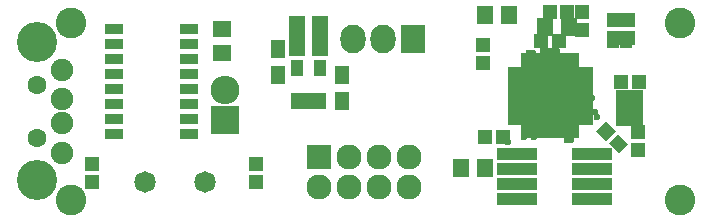
<source format=gts>
G04 #@! TF.FileFunction,Soldermask,Top*
%FSLAX46Y46*%
G04 Gerber Fmt 4.6, Leading zero omitted, Abs format (unit mm)*
G04 Created by KiCad (PCBNEW (2015-11-24 BZR 6329)-product) date Sat 01 Oct 2016 01:52:16 AM EDT*
%MOMM*%
G01*
G04 APERTURE LIST*
%ADD10C,0.100000*%
%ADD11C,0.600000*%
%ADD12R,2.127200X2.127200*%
%ADD13O,2.127200X2.127200*%
%ADD14R,1.000000X0.900000*%
%ADD15R,3.400000X1.000000*%
%ADD16C,2.600000*%
%ADD17C,1.901140*%
%ADD18C,3.399740*%
%ADD19C,1.600000*%
%ADD20R,1.300000X1.600000*%
%ADD21R,2.432000X2.432000*%
%ADD22O,2.432000X2.432000*%
%ADD23R,1.400000X3.400000*%
%ADD24R,1.000000X1.400760*%
%ADD25R,1.400000X1.650000*%
%ADD26R,1.200000X1.500000*%
%ADD27R,2.127200X2.432000*%
%ADD28O,2.127200X2.432000*%
%ADD29R,1.650000X1.400000*%
%ADD30R,1.543000X0.908000*%
%ADD31C,1.822400*%
%ADD32R,1.150000X1.200000*%
%ADD33R,1.200000X1.150000*%
%ADD34R,0.600000X1.200000*%
%ADD35R,1.200000X0.600000*%
%ADD36R,1.512500X1.512500*%
G04 APERTURE END LIST*
D10*
D11*
X171600000Y-104850000D03*
X171850000Y-106050000D03*
X172050000Y-106450000D03*
D12*
X148500000Y-109800000D03*
D13*
X148500000Y-112340000D03*
X151040000Y-109800000D03*
X151040000Y-112340000D03*
X153580000Y-109800000D03*
X153580000Y-112340000D03*
X156120000Y-109800000D03*
X156120000Y-112340000D03*
D14*
X173370000Y-100170000D03*
X174470000Y-100170000D03*
D15*
X165225000Y-109595000D03*
X165225000Y-110865000D03*
X165225000Y-112135000D03*
X165225000Y-113405000D03*
X171575000Y-113405000D03*
X171575000Y-112135000D03*
X171575000Y-110865000D03*
X171575000Y-109595000D03*
D16*
X179000000Y-98500000D03*
X179000000Y-113500000D03*
X127500000Y-113500000D03*
X127500000Y-98500000D03*
D17*
X126700000Y-102450000D03*
X126700000Y-104950000D03*
X126700000Y-106960000D03*
X126700000Y-109450000D03*
D18*
X124600000Y-100100000D03*
X124600000Y-111800000D03*
D19*
X124600000Y-103700000D03*
X124600000Y-108200000D03*
D20*
X145000000Y-102900000D03*
X145000000Y-100700000D03*
X150400000Y-102900000D03*
X150400000Y-105100000D03*
D21*
X140525000Y-106675000D03*
D22*
X140525000Y-104135000D03*
D23*
X146600000Y-99600000D03*
X148600000Y-99600000D03*
D24*
X146650040Y-105100480D03*
X147600000Y-105100480D03*
X148549960Y-105100480D03*
X148549960Y-102300000D03*
X146650040Y-102300000D03*
D25*
X169610000Y-98790000D03*
X167610000Y-98790000D03*
D26*
X174200000Y-104900000D03*
X175300000Y-104900000D03*
X174200000Y-106400000D03*
X175300000Y-106400000D03*
D27*
X156400000Y-99800000D03*
D28*
X153860000Y-99800000D03*
X151320000Y-99800000D03*
D29*
X140275000Y-99025000D03*
X140275000Y-101025000D03*
D30*
X137475000Y-99030000D03*
X137475000Y-101570000D03*
X137475000Y-102840000D03*
X137475000Y-104110000D03*
X137475000Y-105380000D03*
X137475000Y-106650000D03*
X137475000Y-107920000D03*
X131125000Y-107920000D03*
X131125000Y-106650000D03*
X131125000Y-105380000D03*
X131125000Y-104110000D03*
X131125000Y-102840000D03*
X131125000Y-101570000D03*
X131125000Y-100300000D03*
X131125000Y-99030000D03*
X137475000Y-100300000D03*
D31*
X138800000Y-111950000D03*
X133720000Y-111950000D03*
D32*
X143150000Y-111925000D03*
X143150000Y-110425000D03*
X129275000Y-111925000D03*
X129275000Y-110425000D03*
D33*
X174050000Y-103500000D03*
X175550000Y-103500000D03*
D32*
X175450000Y-107700000D03*
X175450000Y-109200000D03*
D33*
X169500000Y-97550000D03*
X168000000Y-97550000D03*
D25*
X160500000Y-110800000D03*
X162500000Y-110800000D03*
D32*
X170750000Y-99050000D03*
X170750000Y-97550000D03*
D25*
X164550000Y-97800000D03*
X162550000Y-97800000D03*
D33*
X168800000Y-100000000D03*
X167300000Y-100000000D03*
D10*
G36*
X171938820Y-107601992D02*
X172751992Y-106788820D01*
X173600520Y-107637348D01*
X172787348Y-108450520D01*
X171938820Y-107601992D01*
X171938820Y-107601992D01*
G37*
G36*
X172999480Y-108662652D02*
X173812652Y-107849480D01*
X174661180Y-108698008D01*
X173848008Y-109511180D01*
X172999480Y-108662652D01*
X172999480Y-108662652D01*
G37*
D32*
X162400000Y-101850000D03*
X162400000Y-100350000D03*
D33*
X164050000Y-108150000D03*
X162550000Y-108150000D03*
D32*
X174630000Y-99730000D03*
X174630000Y-98230000D03*
X173440000Y-99730000D03*
X173440000Y-98230000D03*
D34*
X170250000Y-101650000D03*
X169850000Y-101650000D03*
X169450000Y-101650000D03*
X169050000Y-101650000D03*
X168650000Y-101650000D03*
X168250000Y-101650000D03*
X167850000Y-101650000D03*
X167450000Y-101650000D03*
X167050000Y-101650000D03*
X166650000Y-101650000D03*
X166250000Y-101650000D03*
X165850000Y-101650000D03*
D35*
X165050000Y-102450000D03*
X165050000Y-102850000D03*
X165050000Y-103250000D03*
X165050000Y-103650000D03*
X165050000Y-104050000D03*
X165050000Y-104450000D03*
X165050000Y-104850000D03*
X165050000Y-105250000D03*
X165050000Y-105650000D03*
X165050000Y-106050000D03*
X165050000Y-106450000D03*
X165050000Y-106850000D03*
D34*
X165850000Y-107650000D03*
X166250000Y-107650000D03*
X166650000Y-107650000D03*
X167050000Y-107650000D03*
X167450000Y-107650000D03*
X167850000Y-107650000D03*
X168250000Y-107650000D03*
X168650000Y-107650000D03*
X169050000Y-107650000D03*
X169450000Y-107650000D03*
X169850000Y-107650000D03*
X170250000Y-107650000D03*
D35*
X171050000Y-106850000D03*
X171050000Y-106450000D03*
X171050000Y-106050000D03*
X171050000Y-105650000D03*
X171050000Y-105250000D03*
X171050000Y-104850000D03*
X171050000Y-104450000D03*
X171050000Y-104050000D03*
X171050000Y-103650000D03*
X171050000Y-103250000D03*
X171050000Y-102850000D03*
X171050000Y-102450000D03*
D36*
X166381250Y-106318750D03*
X167493750Y-106318750D03*
X168606250Y-106318750D03*
X169718750Y-106318750D03*
X166381250Y-105206250D03*
X167493750Y-105206250D03*
X168606250Y-105206250D03*
X169718750Y-105206250D03*
X166381250Y-104093750D03*
X167493750Y-104093750D03*
X168606250Y-104093750D03*
X169718750Y-104093750D03*
X166381250Y-102981250D03*
X167493750Y-102981250D03*
X168606250Y-102981250D03*
X169718750Y-102981250D03*
D11*
X166600000Y-101050000D03*
X166250000Y-101050000D03*
X168650000Y-100850000D03*
X168250000Y-100850000D03*
X167850000Y-100850000D03*
X167450000Y-100850000D03*
X169850000Y-108400000D03*
X169450000Y-108400000D03*
X166650000Y-108150000D03*
X164450000Y-108550000D03*
X165850000Y-108150000D03*
M02*

</source>
